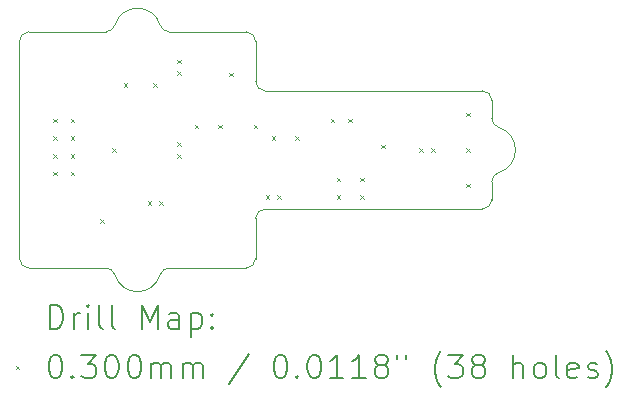
<source format=gbr>
%TF.GenerationSoftware,KiCad,Pcbnew,9.0.2*%
%TF.CreationDate,2025-07-10T11:39:38+02:00*%
%TF.ProjectId,iagabel,69616761-6265-46c2-9e6b-696361645f70,rev?*%
%TF.SameCoordinates,Original*%
%TF.FileFunction,Drillmap*%
%TF.FilePolarity,Positive*%
%FSLAX45Y45*%
G04 Gerber Fmt 4.5, Leading zero omitted, Abs format (unit mm)*
G04 Created by KiCad (PCBNEW 9.0.2) date 2025-07-10 11:39:38*
%MOMM*%
%LPD*%
G01*
G04 APERTURE LIST*
%ADD10C,0.050000*%
%ADD11C,0.200000*%
%ADD12C,0.100000*%
G04 APERTURE END LIST*
D10*
X2080000Y-500000D02*
X3920000Y-500000D01*
X1268330Y0D02*
G75*
G02*
X1191665Y57143I0J80000D01*
G01*
X4000000Y-1420000D02*
X4000000Y-1268330D01*
X808337Y57143D02*
G75*
G02*
X731674Y0I-76663J22854D01*
G01*
X2000000Y-80000D02*
X2000000Y-420000D01*
X0Y-80000D02*
G75*
G02*
X80000Y0I80000J0D01*
G01*
X1268867Y-2000000D02*
X1920000Y-2000000D01*
X0Y-80000D02*
X0Y-1920000D01*
X80000Y-2000000D02*
G75*
G02*
X0Y-1920000I0J80000D01*
G01*
X4057143Y-808337D02*
G75*
G02*
X4000000Y-731133I22857J76667D01*
G01*
X731670Y-2000000D02*
G75*
G02*
X808335Y-2057143I0J-80000D01*
G01*
X80000Y0D02*
X731674Y0D01*
X1191663Y-2057143D02*
G75*
G02*
X1268867Y-2000000I76667J-22857D01*
G01*
X2000000Y-1920000D02*
G75*
G02*
X1920000Y-2000000I-80000J0D01*
G01*
X2000000Y-1580000D02*
G75*
G02*
X2080000Y-1500000I80000J0D01*
G01*
X4000000Y-1420000D02*
G75*
G02*
X3920000Y-1500000I-80000J0D01*
G01*
X1920000Y0D02*
G75*
G02*
X2000000Y-80000I0J-80000D01*
G01*
X2000000Y-1920000D02*
X2000000Y-1580000D01*
X2080000Y-500000D02*
G75*
G02*
X2000000Y-420000I0J80000D01*
G01*
X2080000Y-1500000D02*
X3920000Y-1500000D01*
X4057143Y-808337D02*
G75*
G02*
X4057143Y-1191663I-57143J-191663D01*
G01*
X4000000Y-731133D02*
X4000000Y-580000D01*
X808337Y57143D02*
G75*
G02*
X1191663Y57143I191663J-57143D01*
G01*
X1268330Y0D02*
X1920000Y0D01*
X3920000Y-500000D02*
G75*
G02*
X4000000Y-580000I0J-80000D01*
G01*
X80000Y-2000000D02*
X731670Y-2000000D01*
X4000000Y-1268330D02*
G75*
G02*
X4057143Y-1191665I80000J0D01*
G01*
X1191663Y-2057143D02*
G75*
G02*
X808337Y-2057143I-191663J57143D01*
G01*
D11*
D12*
X285000Y-735000D02*
X315000Y-765000D01*
X315000Y-735000D02*
X285000Y-765000D01*
X285000Y-885000D02*
X315000Y-915000D01*
X315000Y-885000D02*
X285000Y-915000D01*
X285000Y-1035000D02*
X315000Y-1065000D01*
X315000Y-1035000D02*
X285000Y-1065000D01*
X285000Y-1185000D02*
X315000Y-1215000D01*
X315000Y-1185000D02*
X285000Y-1215000D01*
X435000Y-735000D02*
X465000Y-765000D01*
X465000Y-735000D02*
X435000Y-765000D01*
X435000Y-885000D02*
X465000Y-915000D01*
X465000Y-885000D02*
X435000Y-915000D01*
X435000Y-1035000D02*
X465000Y-1065000D01*
X465000Y-1035000D02*
X435000Y-1065000D01*
X435000Y-1185000D02*
X465000Y-1215000D01*
X465000Y-1185000D02*
X435000Y-1215000D01*
X685000Y-1585000D02*
X715000Y-1615000D01*
X715000Y-1585000D02*
X685000Y-1615000D01*
X785000Y-985000D02*
X815000Y-1015000D01*
X815000Y-985000D02*
X785000Y-1015000D01*
X885000Y-435000D02*
X915000Y-465000D01*
X915000Y-435000D02*
X885000Y-465000D01*
X1085000Y-1435000D02*
X1115000Y-1465000D01*
X1115000Y-1435000D02*
X1085000Y-1465000D01*
X1135000Y-435000D02*
X1165000Y-465000D01*
X1165000Y-435000D02*
X1135000Y-465000D01*
X1185000Y-1435000D02*
X1215000Y-1465000D01*
X1215000Y-1435000D02*
X1185000Y-1465000D01*
X1335000Y-235000D02*
X1365000Y-265000D01*
X1365000Y-235000D02*
X1335000Y-265000D01*
X1335000Y-335000D02*
X1365000Y-365000D01*
X1365000Y-335000D02*
X1335000Y-365000D01*
X1335000Y-935000D02*
X1365000Y-965000D01*
X1365000Y-935000D02*
X1335000Y-965000D01*
X1335000Y-1035000D02*
X1365000Y-1065000D01*
X1365000Y-1035000D02*
X1335000Y-1065000D01*
X1485000Y-785000D02*
X1515000Y-815000D01*
X1515000Y-785000D02*
X1485000Y-815000D01*
X1685000Y-785000D02*
X1715000Y-815000D01*
X1715000Y-785000D02*
X1685000Y-815000D01*
X1775000Y-345000D02*
X1805000Y-375000D01*
X1805000Y-345000D02*
X1775000Y-375000D01*
X1985000Y-785000D02*
X2015000Y-815000D01*
X2015000Y-785000D02*
X1985000Y-815000D01*
X2085000Y-1385000D02*
X2115000Y-1415000D01*
X2115000Y-1385000D02*
X2085000Y-1415000D01*
X2135000Y-885000D02*
X2165000Y-915000D01*
X2165000Y-885000D02*
X2135000Y-915000D01*
X2185000Y-1385000D02*
X2215000Y-1415000D01*
X2215000Y-1385000D02*
X2185000Y-1415000D01*
X2335000Y-885000D02*
X2365000Y-915000D01*
X2365000Y-885000D02*
X2335000Y-915000D01*
X2635000Y-735000D02*
X2665000Y-765000D01*
X2665000Y-735000D02*
X2635000Y-765000D01*
X2685000Y-1235000D02*
X2715000Y-1265000D01*
X2715000Y-1235000D02*
X2685000Y-1265000D01*
X2685000Y-1385000D02*
X2715000Y-1415000D01*
X2715000Y-1385000D02*
X2685000Y-1415000D01*
X2785000Y-735000D02*
X2815000Y-765000D01*
X2815000Y-735000D02*
X2785000Y-765000D01*
X2885000Y-1235000D02*
X2915000Y-1265000D01*
X2915000Y-1235000D02*
X2885000Y-1265000D01*
X2885000Y-1385000D02*
X2915000Y-1415000D01*
X2915000Y-1385000D02*
X2885000Y-1415000D01*
X3065000Y-955000D02*
X3095000Y-985000D01*
X3095000Y-955000D02*
X3065000Y-985000D01*
X3385000Y-985000D02*
X3415000Y-1015000D01*
X3415000Y-985000D02*
X3385000Y-1015000D01*
X3485000Y-985000D02*
X3515000Y-1015000D01*
X3515000Y-985000D02*
X3485000Y-1015000D01*
X3785000Y-685000D02*
X3815000Y-715000D01*
X3815000Y-685000D02*
X3785000Y-715000D01*
X3785000Y-985000D02*
X3815000Y-1015000D01*
X3815000Y-985000D02*
X3785000Y-1015000D01*
X3785000Y-1285000D02*
X3815000Y-1315000D01*
X3815000Y-1285000D02*
X3785000Y-1315000D01*
D11*
X258277Y-2513984D02*
X258277Y-2313984D01*
X258277Y-2313984D02*
X305896Y-2313984D01*
X305896Y-2313984D02*
X334467Y-2323508D01*
X334467Y-2323508D02*
X353515Y-2342555D01*
X353515Y-2342555D02*
X363039Y-2361603D01*
X363039Y-2361603D02*
X372562Y-2399698D01*
X372562Y-2399698D02*
X372562Y-2428269D01*
X372562Y-2428269D02*
X363039Y-2466365D01*
X363039Y-2466365D02*
X353515Y-2485412D01*
X353515Y-2485412D02*
X334467Y-2504460D01*
X334467Y-2504460D02*
X305896Y-2513984D01*
X305896Y-2513984D02*
X258277Y-2513984D01*
X458277Y-2513984D02*
X458277Y-2380650D01*
X458277Y-2418746D02*
X467801Y-2399698D01*
X467801Y-2399698D02*
X477324Y-2390174D01*
X477324Y-2390174D02*
X496372Y-2380650D01*
X496372Y-2380650D02*
X515420Y-2380650D01*
X582086Y-2513984D02*
X582086Y-2380650D01*
X582086Y-2313984D02*
X572563Y-2323508D01*
X572563Y-2323508D02*
X582086Y-2333031D01*
X582086Y-2333031D02*
X591610Y-2323508D01*
X591610Y-2323508D02*
X582086Y-2313984D01*
X582086Y-2313984D02*
X582086Y-2333031D01*
X705896Y-2513984D02*
X686848Y-2504460D01*
X686848Y-2504460D02*
X677324Y-2485412D01*
X677324Y-2485412D02*
X677324Y-2313984D01*
X810658Y-2513984D02*
X791610Y-2504460D01*
X791610Y-2504460D02*
X782086Y-2485412D01*
X782086Y-2485412D02*
X782086Y-2313984D01*
X1039229Y-2513984D02*
X1039229Y-2313984D01*
X1039229Y-2313984D02*
X1105896Y-2456841D01*
X1105896Y-2456841D02*
X1172563Y-2313984D01*
X1172563Y-2313984D02*
X1172563Y-2513984D01*
X1353515Y-2513984D02*
X1353515Y-2409222D01*
X1353515Y-2409222D02*
X1343991Y-2390174D01*
X1343991Y-2390174D02*
X1324944Y-2380650D01*
X1324944Y-2380650D02*
X1286848Y-2380650D01*
X1286848Y-2380650D02*
X1267801Y-2390174D01*
X1353515Y-2504460D02*
X1334467Y-2513984D01*
X1334467Y-2513984D02*
X1286848Y-2513984D01*
X1286848Y-2513984D02*
X1267801Y-2504460D01*
X1267801Y-2504460D02*
X1258277Y-2485412D01*
X1258277Y-2485412D02*
X1258277Y-2466365D01*
X1258277Y-2466365D02*
X1267801Y-2447317D01*
X1267801Y-2447317D02*
X1286848Y-2437793D01*
X1286848Y-2437793D02*
X1334467Y-2437793D01*
X1334467Y-2437793D02*
X1353515Y-2428269D01*
X1448753Y-2380650D02*
X1448753Y-2580650D01*
X1448753Y-2390174D02*
X1467801Y-2380650D01*
X1467801Y-2380650D02*
X1505896Y-2380650D01*
X1505896Y-2380650D02*
X1524943Y-2390174D01*
X1524943Y-2390174D02*
X1534467Y-2399698D01*
X1534467Y-2399698D02*
X1543991Y-2418746D01*
X1543991Y-2418746D02*
X1543991Y-2475888D01*
X1543991Y-2475888D02*
X1534467Y-2494936D01*
X1534467Y-2494936D02*
X1524943Y-2504460D01*
X1524943Y-2504460D02*
X1505896Y-2513984D01*
X1505896Y-2513984D02*
X1467801Y-2513984D01*
X1467801Y-2513984D02*
X1448753Y-2504460D01*
X1629705Y-2494936D02*
X1639229Y-2504460D01*
X1639229Y-2504460D02*
X1629705Y-2513984D01*
X1629705Y-2513984D02*
X1620182Y-2504460D01*
X1620182Y-2504460D02*
X1629705Y-2494936D01*
X1629705Y-2494936D02*
X1629705Y-2513984D01*
X1629705Y-2390174D02*
X1639229Y-2399698D01*
X1639229Y-2399698D02*
X1629705Y-2409222D01*
X1629705Y-2409222D02*
X1620182Y-2399698D01*
X1620182Y-2399698D02*
X1629705Y-2390174D01*
X1629705Y-2390174D02*
X1629705Y-2409222D01*
D12*
X-32500Y-2827500D02*
X-2500Y-2857500D01*
X-2500Y-2827500D02*
X-32500Y-2857500D01*
D11*
X296372Y-2733984D02*
X315420Y-2733984D01*
X315420Y-2733984D02*
X334467Y-2743508D01*
X334467Y-2743508D02*
X343991Y-2753031D01*
X343991Y-2753031D02*
X353515Y-2772079D01*
X353515Y-2772079D02*
X363039Y-2810174D01*
X363039Y-2810174D02*
X363039Y-2857793D01*
X363039Y-2857793D02*
X353515Y-2895888D01*
X353515Y-2895888D02*
X343991Y-2914936D01*
X343991Y-2914936D02*
X334467Y-2924460D01*
X334467Y-2924460D02*
X315420Y-2933984D01*
X315420Y-2933984D02*
X296372Y-2933984D01*
X296372Y-2933984D02*
X277324Y-2924460D01*
X277324Y-2924460D02*
X267801Y-2914936D01*
X267801Y-2914936D02*
X258277Y-2895888D01*
X258277Y-2895888D02*
X248753Y-2857793D01*
X248753Y-2857793D02*
X248753Y-2810174D01*
X248753Y-2810174D02*
X258277Y-2772079D01*
X258277Y-2772079D02*
X267801Y-2753031D01*
X267801Y-2753031D02*
X277324Y-2743508D01*
X277324Y-2743508D02*
X296372Y-2733984D01*
X448753Y-2914936D02*
X458277Y-2924460D01*
X458277Y-2924460D02*
X448753Y-2933984D01*
X448753Y-2933984D02*
X439229Y-2924460D01*
X439229Y-2924460D02*
X448753Y-2914936D01*
X448753Y-2914936D02*
X448753Y-2933984D01*
X524944Y-2733984D02*
X648753Y-2733984D01*
X648753Y-2733984D02*
X582086Y-2810174D01*
X582086Y-2810174D02*
X610658Y-2810174D01*
X610658Y-2810174D02*
X629705Y-2819698D01*
X629705Y-2819698D02*
X639229Y-2829222D01*
X639229Y-2829222D02*
X648753Y-2848269D01*
X648753Y-2848269D02*
X648753Y-2895888D01*
X648753Y-2895888D02*
X639229Y-2914936D01*
X639229Y-2914936D02*
X629705Y-2924460D01*
X629705Y-2924460D02*
X610658Y-2933984D01*
X610658Y-2933984D02*
X553515Y-2933984D01*
X553515Y-2933984D02*
X534467Y-2924460D01*
X534467Y-2924460D02*
X524944Y-2914936D01*
X772562Y-2733984D02*
X791610Y-2733984D01*
X791610Y-2733984D02*
X810658Y-2743508D01*
X810658Y-2743508D02*
X820182Y-2753031D01*
X820182Y-2753031D02*
X829705Y-2772079D01*
X829705Y-2772079D02*
X839229Y-2810174D01*
X839229Y-2810174D02*
X839229Y-2857793D01*
X839229Y-2857793D02*
X829705Y-2895888D01*
X829705Y-2895888D02*
X820182Y-2914936D01*
X820182Y-2914936D02*
X810658Y-2924460D01*
X810658Y-2924460D02*
X791610Y-2933984D01*
X791610Y-2933984D02*
X772562Y-2933984D01*
X772562Y-2933984D02*
X753515Y-2924460D01*
X753515Y-2924460D02*
X743991Y-2914936D01*
X743991Y-2914936D02*
X734467Y-2895888D01*
X734467Y-2895888D02*
X724943Y-2857793D01*
X724943Y-2857793D02*
X724943Y-2810174D01*
X724943Y-2810174D02*
X734467Y-2772079D01*
X734467Y-2772079D02*
X743991Y-2753031D01*
X743991Y-2753031D02*
X753515Y-2743508D01*
X753515Y-2743508D02*
X772562Y-2733984D01*
X963039Y-2733984D02*
X982086Y-2733984D01*
X982086Y-2733984D02*
X1001134Y-2743508D01*
X1001134Y-2743508D02*
X1010658Y-2753031D01*
X1010658Y-2753031D02*
X1020182Y-2772079D01*
X1020182Y-2772079D02*
X1029705Y-2810174D01*
X1029705Y-2810174D02*
X1029705Y-2857793D01*
X1029705Y-2857793D02*
X1020182Y-2895888D01*
X1020182Y-2895888D02*
X1010658Y-2914936D01*
X1010658Y-2914936D02*
X1001134Y-2924460D01*
X1001134Y-2924460D02*
X982086Y-2933984D01*
X982086Y-2933984D02*
X963039Y-2933984D01*
X963039Y-2933984D02*
X943991Y-2924460D01*
X943991Y-2924460D02*
X934467Y-2914936D01*
X934467Y-2914936D02*
X924943Y-2895888D01*
X924943Y-2895888D02*
X915420Y-2857793D01*
X915420Y-2857793D02*
X915420Y-2810174D01*
X915420Y-2810174D02*
X924943Y-2772079D01*
X924943Y-2772079D02*
X934467Y-2753031D01*
X934467Y-2753031D02*
X943991Y-2743508D01*
X943991Y-2743508D02*
X963039Y-2733984D01*
X1115420Y-2933984D02*
X1115420Y-2800650D01*
X1115420Y-2819698D02*
X1124944Y-2810174D01*
X1124944Y-2810174D02*
X1143991Y-2800650D01*
X1143991Y-2800650D02*
X1172563Y-2800650D01*
X1172563Y-2800650D02*
X1191610Y-2810174D01*
X1191610Y-2810174D02*
X1201134Y-2829222D01*
X1201134Y-2829222D02*
X1201134Y-2933984D01*
X1201134Y-2829222D02*
X1210658Y-2810174D01*
X1210658Y-2810174D02*
X1229705Y-2800650D01*
X1229705Y-2800650D02*
X1258277Y-2800650D01*
X1258277Y-2800650D02*
X1277325Y-2810174D01*
X1277325Y-2810174D02*
X1286848Y-2829222D01*
X1286848Y-2829222D02*
X1286848Y-2933984D01*
X1382086Y-2933984D02*
X1382086Y-2800650D01*
X1382086Y-2819698D02*
X1391610Y-2810174D01*
X1391610Y-2810174D02*
X1410658Y-2800650D01*
X1410658Y-2800650D02*
X1439229Y-2800650D01*
X1439229Y-2800650D02*
X1458277Y-2810174D01*
X1458277Y-2810174D02*
X1467801Y-2829222D01*
X1467801Y-2829222D02*
X1467801Y-2933984D01*
X1467801Y-2829222D02*
X1477324Y-2810174D01*
X1477324Y-2810174D02*
X1496372Y-2800650D01*
X1496372Y-2800650D02*
X1524943Y-2800650D01*
X1524943Y-2800650D02*
X1543991Y-2810174D01*
X1543991Y-2810174D02*
X1553515Y-2829222D01*
X1553515Y-2829222D02*
X1553515Y-2933984D01*
X1943991Y-2724460D02*
X1772563Y-2981603D01*
X2201134Y-2733984D02*
X2220182Y-2733984D01*
X2220182Y-2733984D02*
X2239229Y-2743508D01*
X2239229Y-2743508D02*
X2248753Y-2753031D01*
X2248753Y-2753031D02*
X2258277Y-2772079D01*
X2258277Y-2772079D02*
X2267801Y-2810174D01*
X2267801Y-2810174D02*
X2267801Y-2857793D01*
X2267801Y-2857793D02*
X2258277Y-2895888D01*
X2258277Y-2895888D02*
X2248753Y-2914936D01*
X2248753Y-2914936D02*
X2239229Y-2924460D01*
X2239229Y-2924460D02*
X2220182Y-2933984D01*
X2220182Y-2933984D02*
X2201134Y-2933984D01*
X2201134Y-2933984D02*
X2182087Y-2924460D01*
X2182087Y-2924460D02*
X2172563Y-2914936D01*
X2172563Y-2914936D02*
X2163039Y-2895888D01*
X2163039Y-2895888D02*
X2153515Y-2857793D01*
X2153515Y-2857793D02*
X2153515Y-2810174D01*
X2153515Y-2810174D02*
X2163039Y-2772079D01*
X2163039Y-2772079D02*
X2172563Y-2753031D01*
X2172563Y-2753031D02*
X2182087Y-2743508D01*
X2182087Y-2743508D02*
X2201134Y-2733984D01*
X2353515Y-2914936D02*
X2363039Y-2924460D01*
X2363039Y-2924460D02*
X2353515Y-2933984D01*
X2353515Y-2933984D02*
X2343991Y-2924460D01*
X2343991Y-2924460D02*
X2353515Y-2914936D01*
X2353515Y-2914936D02*
X2353515Y-2933984D01*
X2486848Y-2733984D02*
X2505896Y-2733984D01*
X2505896Y-2733984D02*
X2524944Y-2743508D01*
X2524944Y-2743508D02*
X2534468Y-2753031D01*
X2534468Y-2753031D02*
X2543991Y-2772079D01*
X2543991Y-2772079D02*
X2553515Y-2810174D01*
X2553515Y-2810174D02*
X2553515Y-2857793D01*
X2553515Y-2857793D02*
X2543991Y-2895888D01*
X2543991Y-2895888D02*
X2534468Y-2914936D01*
X2534468Y-2914936D02*
X2524944Y-2924460D01*
X2524944Y-2924460D02*
X2505896Y-2933984D01*
X2505896Y-2933984D02*
X2486848Y-2933984D01*
X2486848Y-2933984D02*
X2467801Y-2924460D01*
X2467801Y-2924460D02*
X2458277Y-2914936D01*
X2458277Y-2914936D02*
X2448753Y-2895888D01*
X2448753Y-2895888D02*
X2439229Y-2857793D01*
X2439229Y-2857793D02*
X2439229Y-2810174D01*
X2439229Y-2810174D02*
X2448753Y-2772079D01*
X2448753Y-2772079D02*
X2458277Y-2753031D01*
X2458277Y-2753031D02*
X2467801Y-2743508D01*
X2467801Y-2743508D02*
X2486848Y-2733984D01*
X2743991Y-2933984D02*
X2629706Y-2933984D01*
X2686848Y-2933984D02*
X2686848Y-2733984D01*
X2686848Y-2733984D02*
X2667801Y-2762555D01*
X2667801Y-2762555D02*
X2648753Y-2781603D01*
X2648753Y-2781603D02*
X2629706Y-2791127D01*
X2934467Y-2933984D02*
X2820182Y-2933984D01*
X2877325Y-2933984D02*
X2877325Y-2733984D01*
X2877325Y-2733984D02*
X2858277Y-2762555D01*
X2858277Y-2762555D02*
X2839229Y-2781603D01*
X2839229Y-2781603D02*
X2820182Y-2791127D01*
X3048753Y-2819698D02*
X3029706Y-2810174D01*
X3029706Y-2810174D02*
X3020182Y-2800650D01*
X3020182Y-2800650D02*
X3010658Y-2781603D01*
X3010658Y-2781603D02*
X3010658Y-2772079D01*
X3010658Y-2772079D02*
X3020182Y-2753031D01*
X3020182Y-2753031D02*
X3029706Y-2743508D01*
X3029706Y-2743508D02*
X3048753Y-2733984D01*
X3048753Y-2733984D02*
X3086848Y-2733984D01*
X3086848Y-2733984D02*
X3105896Y-2743508D01*
X3105896Y-2743508D02*
X3115420Y-2753031D01*
X3115420Y-2753031D02*
X3124944Y-2772079D01*
X3124944Y-2772079D02*
X3124944Y-2781603D01*
X3124944Y-2781603D02*
X3115420Y-2800650D01*
X3115420Y-2800650D02*
X3105896Y-2810174D01*
X3105896Y-2810174D02*
X3086848Y-2819698D01*
X3086848Y-2819698D02*
X3048753Y-2819698D01*
X3048753Y-2819698D02*
X3029706Y-2829222D01*
X3029706Y-2829222D02*
X3020182Y-2838746D01*
X3020182Y-2838746D02*
X3010658Y-2857793D01*
X3010658Y-2857793D02*
X3010658Y-2895888D01*
X3010658Y-2895888D02*
X3020182Y-2914936D01*
X3020182Y-2914936D02*
X3029706Y-2924460D01*
X3029706Y-2924460D02*
X3048753Y-2933984D01*
X3048753Y-2933984D02*
X3086848Y-2933984D01*
X3086848Y-2933984D02*
X3105896Y-2924460D01*
X3105896Y-2924460D02*
X3115420Y-2914936D01*
X3115420Y-2914936D02*
X3124944Y-2895888D01*
X3124944Y-2895888D02*
X3124944Y-2857793D01*
X3124944Y-2857793D02*
X3115420Y-2838746D01*
X3115420Y-2838746D02*
X3105896Y-2829222D01*
X3105896Y-2829222D02*
X3086848Y-2819698D01*
X3201134Y-2733984D02*
X3201134Y-2772079D01*
X3277325Y-2733984D02*
X3277325Y-2772079D01*
X3572563Y-3010174D02*
X3563039Y-3000650D01*
X3563039Y-3000650D02*
X3543991Y-2972079D01*
X3543991Y-2972079D02*
X3534468Y-2953031D01*
X3534468Y-2953031D02*
X3524944Y-2924460D01*
X3524944Y-2924460D02*
X3515420Y-2876841D01*
X3515420Y-2876841D02*
X3515420Y-2838746D01*
X3515420Y-2838746D02*
X3524944Y-2791127D01*
X3524944Y-2791127D02*
X3534468Y-2762555D01*
X3534468Y-2762555D02*
X3543991Y-2743508D01*
X3543991Y-2743508D02*
X3563039Y-2714936D01*
X3563039Y-2714936D02*
X3572563Y-2705412D01*
X3629706Y-2733984D02*
X3753515Y-2733984D01*
X3753515Y-2733984D02*
X3686848Y-2810174D01*
X3686848Y-2810174D02*
X3715420Y-2810174D01*
X3715420Y-2810174D02*
X3734468Y-2819698D01*
X3734468Y-2819698D02*
X3743991Y-2829222D01*
X3743991Y-2829222D02*
X3753515Y-2848269D01*
X3753515Y-2848269D02*
X3753515Y-2895888D01*
X3753515Y-2895888D02*
X3743991Y-2914936D01*
X3743991Y-2914936D02*
X3734468Y-2924460D01*
X3734468Y-2924460D02*
X3715420Y-2933984D01*
X3715420Y-2933984D02*
X3658277Y-2933984D01*
X3658277Y-2933984D02*
X3639229Y-2924460D01*
X3639229Y-2924460D02*
X3629706Y-2914936D01*
X3867801Y-2819698D02*
X3848753Y-2810174D01*
X3848753Y-2810174D02*
X3839229Y-2800650D01*
X3839229Y-2800650D02*
X3829706Y-2781603D01*
X3829706Y-2781603D02*
X3829706Y-2772079D01*
X3829706Y-2772079D02*
X3839229Y-2753031D01*
X3839229Y-2753031D02*
X3848753Y-2743508D01*
X3848753Y-2743508D02*
X3867801Y-2733984D01*
X3867801Y-2733984D02*
X3905896Y-2733984D01*
X3905896Y-2733984D02*
X3924944Y-2743508D01*
X3924944Y-2743508D02*
X3934468Y-2753031D01*
X3934468Y-2753031D02*
X3943991Y-2772079D01*
X3943991Y-2772079D02*
X3943991Y-2781603D01*
X3943991Y-2781603D02*
X3934468Y-2800650D01*
X3934468Y-2800650D02*
X3924944Y-2810174D01*
X3924944Y-2810174D02*
X3905896Y-2819698D01*
X3905896Y-2819698D02*
X3867801Y-2819698D01*
X3867801Y-2819698D02*
X3848753Y-2829222D01*
X3848753Y-2829222D02*
X3839229Y-2838746D01*
X3839229Y-2838746D02*
X3829706Y-2857793D01*
X3829706Y-2857793D02*
X3829706Y-2895888D01*
X3829706Y-2895888D02*
X3839229Y-2914936D01*
X3839229Y-2914936D02*
X3848753Y-2924460D01*
X3848753Y-2924460D02*
X3867801Y-2933984D01*
X3867801Y-2933984D02*
X3905896Y-2933984D01*
X3905896Y-2933984D02*
X3924944Y-2924460D01*
X3924944Y-2924460D02*
X3934468Y-2914936D01*
X3934468Y-2914936D02*
X3943991Y-2895888D01*
X3943991Y-2895888D02*
X3943991Y-2857793D01*
X3943991Y-2857793D02*
X3934468Y-2838746D01*
X3934468Y-2838746D02*
X3924944Y-2829222D01*
X3924944Y-2829222D02*
X3905896Y-2819698D01*
X4182087Y-2933984D02*
X4182087Y-2733984D01*
X4267801Y-2933984D02*
X4267801Y-2829222D01*
X4267801Y-2829222D02*
X4258277Y-2810174D01*
X4258277Y-2810174D02*
X4239230Y-2800650D01*
X4239230Y-2800650D02*
X4210658Y-2800650D01*
X4210658Y-2800650D02*
X4191610Y-2810174D01*
X4191610Y-2810174D02*
X4182087Y-2819698D01*
X4391611Y-2933984D02*
X4372563Y-2924460D01*
X4372563Y-2924460D02*
X4363039Y-2914936D01*
X4363039Y-2914936D02*
X4353515Y-2895888D01*
X4353515Y-2895888D02*
X4353515Y-2838746D01*
X4353515Y-2838746D02*
X4363039Y-2819698D01*
X4363039Y-2819698D02*
X4372563Y-2810174D01*
X4372563Y-2810174D02*
X4391611Y-2800650D01*
X4391611Y-2800650D02*
X4420182Y-2800650D01*
X4420182Y-2800650D02*
X4439230Y-2810174D01*
X4439230Y-2810174D02*
X4448753Y-2819698D01*
X4448753Y-2819698D02*
X4458277Y-2838746D01*
X4458277Y-2838746D02*
X4458277Y-2895888D01*
X4458277Y-2895888D02*
X4448753Y-2914936D01*
X4448753Y-2914936D02*
X4439230Y-2924460D01*
X4439230Y-2924460D02*
X4420182Y-2933984D01*
X4420182Y-2933984D02*
X4391611Y-2933984D01*
X4572563Y-2933984D02*
X4553515Y-2924460D01*
X4553515Y-2924460D02*
X4543992Y-2905412D01*
X4543992Y-2905412D02*
X4543992Y-2733984D01*
X4724944Y-2924460D02*
X4705896Y-2933984D01*
X4705896Y-2933984D02*
X4667801Y-2933984D01*
X4667801Y-2933984D02*
X4648753Y-2924460D01*
X4648753Y-2924460D02*
X4639230Y-2905412D01*
X4639230Y-2905412D02*
X4639230Y-2829222D01*
X4639230Y-2829222D02*
X4648753Y-2810174D01*
X4648753Y-2810174D02*
X4667801Y-2800650D01*
X4667801Y-2800650D02*
X4705896Y-2800650D01*
X4705896Y-2800650D02*
X4724944Y-2810174D01*
X4724944Y-2810174D02*
X4734468Y-2829222D01*
X4734468Y-2829222D02*
X4734468Y-2848269D01*
X4734468Y-2848269D02*
X4639230Y-2867317D01*
X4810658Y-2924460D02*
X4829706Y-2933984D01*
X4829706Y-2933984D02*
X4867801Y-2933984D01*
X4867801Y-2933984D02*
X4886849Y-2924460D01*
X4886849Y-2924460D02*
X4896373Y-2905412D01*
X4896373Y-2905412D02*
X4896373Y-2895888D01*
X4896373Y-2895888D02*
X4886849Y-2876841D01*
X4886849Y-2876841D02*
X4867801Y-2867317D01*
X4867801Y-2867317D02*
X4839230Y-2867317D01*
X4839230Y-2867317D02*
X4820182Y-2857793D01*
X4820182Y-2857793D02*
X4810658Y-2838746D01*
X4810658Y-2838746D02*
X4810658Y-2829222D01*
X4810658Y-2829222D02*
X4820182Y-2810174D01*
X4820182Y-2810174D02*
X4839230Y-2800650D01*
X4839230Y-2800650D02*
X4867801Y-2800650D01*
X4867801Y-2800650D02*
X4886849Y-2810174D01*
X4963039Y-3010174D02*
X4972563Y-3000650D01*
X4972563Y-3000650D02*
X4991611Y-2972079D01*
X4991611Y-2972079D02*
X5001134Y-2953031D01*
X5001134Y-2953031D02*
X5010658Y-2924460D01*
X5010658Y-2924460D02*
X5020182Y-2876841D01*
X5020182Y-2876841D02*
X5020182Y-2838746D01*
X5020182Y-2838746D02*
X5010658Y-2791127D01*
X5010658Y-2791127D02*
X5001134Y-2762555D01*
X5001134Y-2762555D02*
X4991611Y-2743508D01*
X4991611Y-2743508D02*
X4972563Y-2714936D01*
X4972563Y-2714936D02*
X4963039Y-2705412D01*
M02*

</source>
